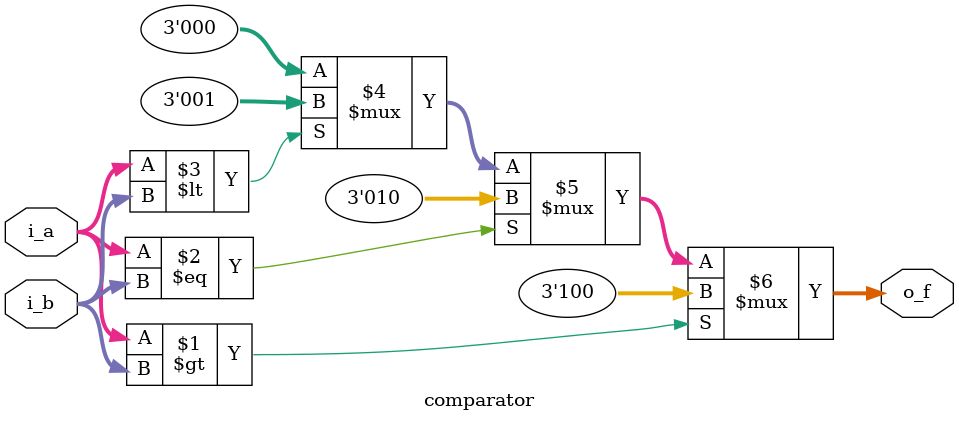
<source format=v>
module comparator(input [2:0] i_a, // un vector de entrada de 3 bits (2 es el bit más significativo, 0 el menos significativo)
                  input [2:0] i_b, // un vector de entrada de 3 bits
                  output [2:0] o_f // un vector de salida de 3 bits
                 );

  // - al  vector de salida de 3 bits, le habilitamos uno de los bits según el valor de las dos entradas
  // - utilizamos el operador ternario (exp) ? rama_if : rama_else
  assign o_f = (i_a > i_b) ? 3'b100 //  si (i_a > i_b), se activa el bit más significativo (el de más a la izq.)
    : (i_a == i_b) ? 3'b010 // si (i_a == i_b), se activa el bit del medio
    : (i_a < i_b) ? 3'b001 // si (i_a < i_b), se activa el bit menos significativo (el de más a la der.)
    : 3'b000; // valor por default, si no se cumple ninguna de las 3 condiciones anteriores

  // Notas..
  // - el número 100 en binario es 1*2^2 + 0*2^1 + 0*2^0 = 2^2 = 4 en decimal
  // - el número 010 en binario es 0*2^2 + 1*2^1 + 0*2^0 = 2^1 = 2 en decimal
  // - el número 001 en binario es 0*2^2 + 0*2^1 + 1*2^0 = 2^0 = 1 en decimal
  // - el número 000 en binario es 0*2^2 + 0*2^1 + 0*2^0 = 2^0 = 0 en decimal

// - the "macro" to dump signals
// - to get waveforms in VCD format some Verilog code must be added to the top component
`ifdef COCOTB_SIM
   initial begin
      $dumpfile ("dump.vcd");
      $dumpvars (0, comparator);
      #1;
   end
`endif
endmodule

</source>
